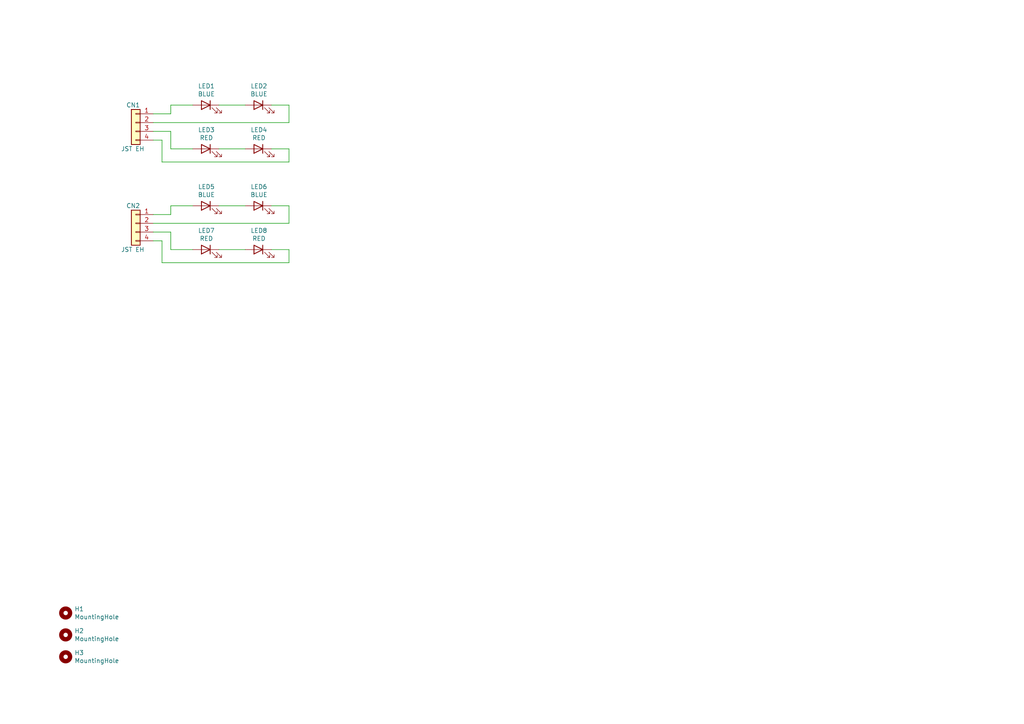
<source format=kicad_sch>
(kicad_sch (version 20211123) (generator eeschema)
  (paper "A4")
  (lib_symbols
    (symbol "Connector_Generic:Conn_01x04" (pin_names (offset 1.016) hide)
      (property "Reference" "J" (at 0 5.08 0))
      (property "Value" "Conn_01x04" (at 0 -7.62 0))
      (symbol "Conn_01x04_1_1"
        (rectangle (start -1.27 -4.953) (end 0 -5.207) (stroke (width 0.1524)))
        (rectangle (start -1.27 -2.413) (end 0 -2.667) (stroke (width 0.1524)))
        (rectangle (start -1.27 0.127) (end 0 -0.127) (stroke (width 0.1524)))
        (rectangle (start -1.27 2.667) (end 0 2.413) (stroke (width 0.1524)))
        (rectangle (start -1.27 3.81) (end 1.27 -6.35) (stroke (width 0.254)) (fill (type background)))
        (pin passive line (at -5.08 2.54 0) (length 3.81) (name "Pin_1") (number "1"))
        (pin passive line (at -5.08 0 0) (length 3.81) (name "Pin_2") (number "2"))
        (pin passive line (at -5.08 -2.54 0) (length 3.81) (name "Pin_3") (number "3"))
        (pin passive line (at -5.08 -5.08 0) (length 3.81) (name "Pin_4") (number "4"))
      )
    )
    (symbol "Device:LED" (pin_numbers hide) (pin_names (offset 1.016) hide)
      (property "Reference" "D" (at 0 2.54 0))
      (property "Value" "LED" (at 0 -2.54 0))
      (symbol "LED_0_1"
        (polyline (pts (xy -1.27 -1.27) (xy -1.27 1.27)) (stroke (width 0.254)))
        (polyline (pts (xy -1.27 0) (xy 1.27 0)))
        (polyline (pts (xy 1.27 -1.27) (xy 1.27 1.27) (xy -1.27 0) (xy 1.27 -1.27)) (stroke (width 0.254)))
        (polyline (pts (xy -3.048 -0.762) (xy -4.572 -2.286) (xy -3.81 -2.286) (xy -4.572 -2.286) (xy -4.572 -1.524)))
        (polyline (pts (xy -1.778 -0.762) (xy -3.302 -2.286) (xy -2.54 -2.286) (xy -3.302 -2.286) (xy -3.302 -1.524)))
      )
      (symbol "LED_1_1"
        (pin passive line (at -3.81 0 0) (length 2.54) (name "K") (number "1"))
        (pin passive line (at 3.81 0 180) (length 2.54) (name "A") (number "2"))
      )
    )
    (symbol "Mechanical:MountingHole" (pin_names (offset 1.016))
      (property "Reference" "H" (at 0 5.08 0))
      (property "Value" "MountingHole" (at 0 3.175 0))
      (symbol "MountingHole_0_1"
        (circle (center 0 0) (radius 1.27) (stroke (width 1.27)))
      )
    )
  )
  (wire (pts (xy 78.74 59.69) (xy 83.82 59.69)))
  (wire (pts (xy 44.45 33.02) (xy 49.53 33.02)))
  (wire (pts (xy 44.45 38.1) (xy 49.53 38.1)))
  (wire (pts (xy 44.45 40.64) (xy 46.99 40.64)))
  (wire (pts (xy 46.99 76.2) (xy 83.82 76.2)))
  (wire (pts (xy 71.12 43.18) (xy 63.5 43.18)))
  (wire (pts (xy 83.82 30.48) (xy 83.82 35.56)))
  (wire (pts (xy 49.53 33.02) (xy 49.53 30.48)))
  (wire (pts (xy 49.53 72.39) (xy 55.88 72.39)))
  (wire (pts (xy 83.82 59.69) (xy 83.82 64.77)))
  (wire (pts (xy 49.53 67.31) (xy 49.53 72.39)))
  (wire (pts (xy 83.82 46.99) (xy 83.82 43.18)))
  (wire (pts (xy 44.45 62.23) (xy 49.53 62.23)))
  (wire (pts (xy 71.12 72.39) (xy 63.5 72.39)))
  (wire (pts (xy 44.45 69.85) (xy 46.99 69.85)))
  (wire (pts (xy 49.53 43.18) (xy 55.88 43.18)))
  (wire (pts (xy 78.74 30.48) (xy 83.82 30.48)))
  (wire (pts (xy 46.99 69.85) (xy 46.99 76.2)))
  (wire (pts (xy 46.99 46.99) (xy 83.82 46.99)))
  (wire (pts (xy 44.45 67.31) (xy 49.53 67.31)))
  (wire (pts (xy 78.74 43.18) (xy 83.82 43.18)))
  (wire (pts (xy 44.45 35.56) (xy 83.82 35.56)))
  (wire (pts (xy 78.74 72.39) (xy 83.82 72.39)))
  (wire (pts (xy 71.12 30.48) (xy 63.5 30.48)))
  (wire (pts (xy 83.82 76.2) (xy 83.82 72.39)))
  (wire (pts (xy 46.99 40.64) (xy 46.99 46.99)))
  (wire (pts (xy 49.53 62.23) (xy 49.53 59.69)))
  (wire (pts (xy 49.53 59.69) (xy 55.88 59.69)))
  (wire (pts (xy 71.12 59.69) (xy 63.5 59.69)))
  (wire (pts (xy 44.45 64.77) (xy 83.82 64.77)))
  (wire (pts (xy 49.53 38.1) (xy 49.53 43.18)))
  (wire (pts (xy 49.53 30.48) (xy 55.88 30.48)))
  (symbol (lib_id "Connector_Generic:Conn_01x04") (at 39.37 35.56 0) (mirror y) (unit 1)
    (property "Reference" "CN1" (at 40.64 30.48 0) (effects (justify left)))
    (property "Value" "JST EH" (at 41.91 43.18 0) (effects (justify left)))
    (property "Footprint" "Connector_JST:JST_EH_B4B-EH-A_1x04_P2.50mm_Vertical" (effects hide))
  )
  (symbol (lib_id "Connector_Generic:Conn_01x04") (at 39.37 64.77 0) (mirror y) (unit 1)
    (property "Reference" "CN2" (at 40.64 59.69 0) (effects (justify left)))
    (property "Value" "JST EH" (at 41.91 72.39 0) (effects (justify left)))
    (property "Footprint" "Connector_JST:JST_EH_B4B-EH-A_1x04_P2.50mm_Vertical" (effects hide))
  )
  (symbol (lib_id "Device:LED") (at 59.69 30.48 0) (mirror y) (unit 1)
    (property "Reference" "LED1" (at 59.8678 24.9682 0))
    (property "Value" "BLUE" (at 59.8678 27.2796 0))
    (property "Footprint" "LED_THT:LED_D5.0mm" (effects hide))
  )
  (symbol (lib_id "Mechanical:MountingHole") (at 19.05 177.8 0) (unit 1)
    (property "Reference" "H1" (at 21.59 176.6316 0) (effects (justify left)))
    (property "Value" "MountingHole" (at 21.59 178.943 0) (effects (justify left)))
    (property "Footprint" "MountingHole:MountingHole_3.2mm_M3_DIN965" (effects hide))
  )
  (symbol (lib_id "Mechanical:MountingHole") (at 19.05 184.15 0) (unit 1)
    (property "Reference" "H2" (at 21.59 182.9816 0) (effects (justify left)))
    (property "Value" "MountingHole" (at 21.59 185.293 0) (effects (justify left)))
    (property "Footprint" "MountingHole:MountingHole_3.2mm_M3_DIN965" (effects hide))
  )
  (symbol (lib_id "Mechanical:MountingHole") (at 19.05 190.5 0) (unit 1)
    (property "Reference" "H3" (at 21.59 189.3316 0) (effects (justify left)))
    (property "Value" "MountingHole" (at 21.59 191.643 0) (effects (justify left)))
    (property "Footprint" "MountingHole:MountingHole_3.2mm_M3_DIN965" (effects hide))
  )
  (symbol (lib_id "Device:LED") (at 74.93 30.48 0) (mirror y) (unit 1)
    (property "Reference" "LED2" (at 75.1078 24.9682 0))
    (property "Value" "BLUE" (at 75.1078 27.2796 0))
    (property "Footprint" "LED_THT:LED_D5.0mm" (effects hide))
  )
  (symbol (lib_id "Device:LED") (at 74.93 43.18 0) (mirror y) (unit 1)
    (property "Reference" "LED4" (at 75.1078 37.6682 0))
    (property "Value" "RED" (at 75.1078 39.9796 0))
    (property "Footprint" "LED_THT:LED_D5.0mm" (effects hide))
  )
  (symbol (lib_id "Device:LED") (at 59.69 43.18 0) (mirror y) (unit 1)
    (property "Reference" "LED3" (at 59.8678 37.6682 0))
    (property "Value" "RED" (at 59.8678 39.9796 0))
    (property "Footprint" "LED_THT:LED_D5.0mm" (effects hide))
  )
  (symbol (lib_id "Device:LED") (at 74.93 59.69 0) (mirror y) (unit 1)
    (property "Reference" "LED6" (at 75.1078 54.1782 0))
    (property "Value" "BLUE" (at 75.1078 56.4896 0))
    (property "Footprint" "LED_THT:LED_D5.0mm" (effects hide))
  )
  (symbol (lib_id "Device:LED") (at 59.69 59.69 0) (mirror y) (unit 1)
    (property "Reference" "LED5" (at 59.8678 54.1782 0))
    (property "Value" "BLUE" (at 59.8678 56.4896 0))
    (property "Footprint" "LED_THT:LED_D5.0mm" (effects hide))
  )
  (symbol (lib_id "Device:LED") (at 74.93 72.39 0) (mirror y) (unit 1)
    (property "Reference" "LED8" (at 75.1078 66.8782 0))
    (property "Value" "RED" (at 75.1078 69.1896 0))
    (property "Footprint" "LED_THT:LED_D5.0mm" (effects hide))
  )
  (symbol (lib_id "Device:LED") (at 59.69 72.39 0) (mirror y) (unit 1)
    (property "Reference" "LED7" (at 59.8678 66.8782 0))
    (property "Value" "RED" (at 59.8678 69.1896 0))
    (property "Footprint" "LED_THT:LED_D5.0mm" (effects hide))
  )
)
</source>
